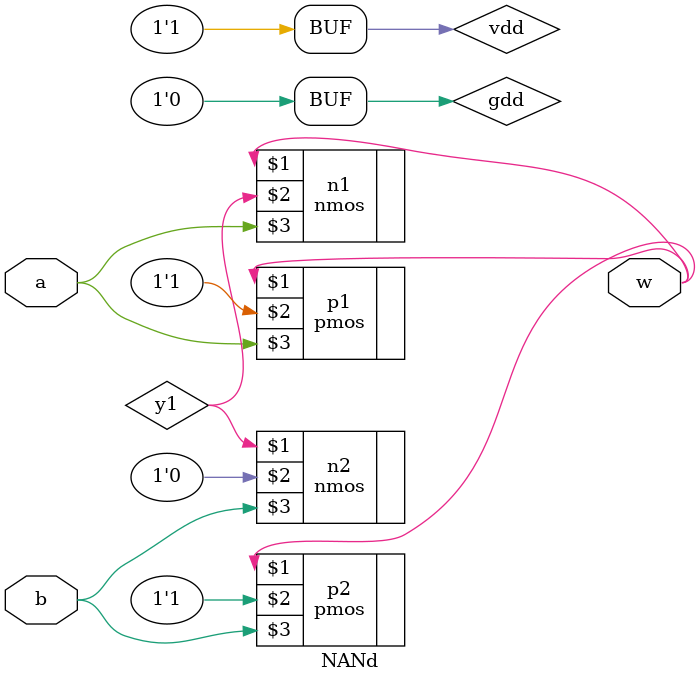
<source format=sv>
module NANd(input a,b, output w);
    supply1 vdd;
    supply0 gdd;
    wire y1;
    pmos #(5,6,7) p1(w, vdd, a), p2(w, vdd, b);
    nmos #(3,4,5) n1(w, y1, a), n2(y1, gdd, b);
endmodule
</source>
